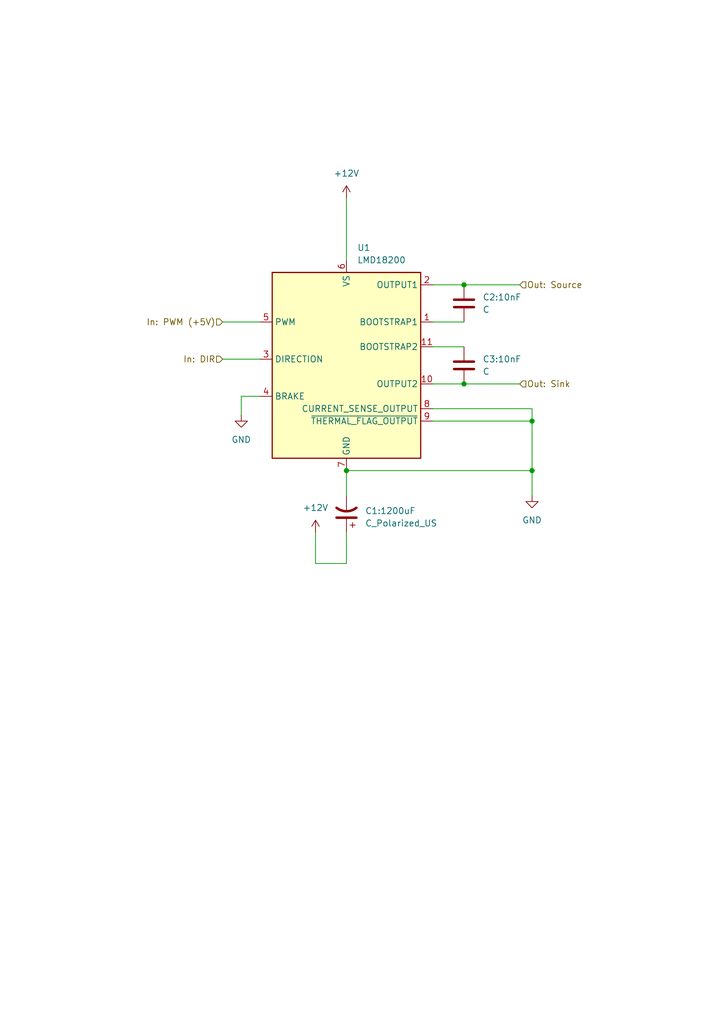
<source format=kicad_sch>
(kicad_sch (version 20230121) (generator eeschema)

  (uuid c85c09ab-1739-43cf-9d4f-38dbe6104879)

  (paper "A5" portrait)

  (lib_symbols
    (symbol "Device:C" (pin_numbers hide) (pin_names (offset 0.254)) (in_bom yes) (on_board yes)
      (property "Reference" "C" (at 0.635 2.54 0)
        (effects (font (size 1.27 1.27)) (justify left))
      )
      (property "Value" "C" (at 0.635 -2.54 0)
        (effects (font (size 1.27 1.27)) (justify left))
      )
      (property "Footprint" "" (at 0.9652 -3.81 0)
        (effects (font (size 1.27 1.27)) hide)
      )
      (property "Datasheet" "~" (at 0 0 0)
        (effects (font (size 1.27 1.27)) hide)
      )
      (property "ki_keywords" "cap capacitor" (at 0 0 0)
        (effects (font (size 1.27 1.27)) hide)
      )
      (property "ki_description" "Unpolarized capacitor" (at 0 0 0)
        (effects (font (size 1.27 1.27)) hide)
      )
      (property "ki_fp_filters" "C_*" (at 0 0 0)
        (effects (font (size 1.27 1.27)) hide)
      )
      (symbol "C_0_1"
        (polyline
          (pts
            (xy -2.032 -0.762)
            (xy 2.032 -0.762)
          )
          (stroke (width 0.508) (type default))
          (fill (type none))
        )
        (polyline
          (pts
            (xy -2.032 0.762)
            (xy 2.032 0.762)
          )
          (stroke (width 0.508) (type default))
          (fill (type none))
        )
      )
      (symbol "C_1_1"
        (pin passive line (at 0 3.81 270) (length 2.794)
          (name "~" (effects (font (size 1.27 1.27))))
          (number "1" (effects (font (size 1.27 1.27))))
        )
        (pin passive line (at 0 -3.81 90) (length 2.794)
          (name "~" (effects (font (size 1.27 1.27))))
          (number "2" (effects (font (size 1.27 1.27))))
        )
      )
    )
    (symbol "Device:C_Polarized_US" (pin_numbers hide) (pin_names (offset 0.254) hide) (in_bom yes) (on_board yes)
      (property "Reference" "C" (at 0.635 2.54 0)
        (effects (font (size 1.27 1.27)) (justify left))
      )
      (property "Value" "C_Polarized_US" (at 0.635 -2.54 0)
        (effects (font (size 1.27 1.27)) (justify left))
      )
      (property "Footprint" "" (at 0 0 0)
        (effects (font (size 1.27 1.27)) hide)
      )
      (property "Datasheet" "~" (at 0 0 0)
        (effects (font (size 1.27 1.27)) hide)
      )
      (property "ki_keywords" "cap capacitor" (at 0 0 0)
        (effects (font (size 1.27 1.27)) hide)
      )
      (property "ki_description" "Polarized capacitor, US symbol" (at 0 0 0)
        (effects (font (size 1.27 1.27)) hide)
      )
      (property "ki_fp_filters" "CP_*" (at 0 0 0)
        (effects (font (size 1.27 1.27)) hide)
      )
      (symbol "C_Polarized_US_0_1"
        (polyline
          (pts
            (xy -2.032 0.762)
            (xy 2.032 0.762)
          )
          (stroke (width 0.508) (type default))
          (fill (type none))
        )
        (polyline
          (pts
            (xy -1.778 2.286)
            (xy -0.762 2.286)
          )
          (stroke (width 0) (type default))
          (fill (type none))
        )
        (polyline
          (pts
            (xy -1.27 1.778)
            (xy -1.27 2.794)
          )
          (stroke (width 0) (type default))
          (fill (type none))
        )
        (arc (start 2.032 -1.27) (mid 0 -0.5572) (end -2.032 -1.27)
          (stroke (width 0.508) (type default))
          (fill (type none))
        )
      )
      (symbol "C_Polarized_US_1_1"
        (pin passive line (at 0 3.81 270) (length 2.794)
          (name "~" (effects (font (size 1.27 1.27))))
          (number "1" (effects (font (size 1.27 1.27))))
        )
        (pin passive line (at 0 -3.81 90) (length 3.302)
          (name "~" (effects (font (size 1.27 1.27))))
          (number "2" (effects (font (size 1.27 1.27))))
        )
      )
    )
    (symbol "Driver_Motor:LMD18200" (in_bom yes) (on_board yes)
      (property "Reference" "U" (at -12.7 19.05 0)
        (effects (font (size 1.27 1.27)) (justify right))
      )
      (property "Value" "LMD18200" (at 15.24 19.05 0)
        (effects (font (size 1.27 1.27)) (justify right))
      )
      (property "Footprint" "Package_TO_SOT_THT:TO-220-11_P3.4x5.08mm_StaggerOdd_Lead4.85mm_Vertical" (at -36.83 -34.29 0)
        (effects (font (size 1.27 1.27)) (justify left) hide)
      )
      (property "Datasheet" "http://www.ti.com/lit/ds/symlink/lmd18200.pdf" (at -2.54 0 0)
        (effects (font (size 1.27 1.27)) hide)
      )
      (property "ki_keywords" "H-Bridge DC stepper servo motor driver Motion Control Applications" (at 0 0 0)
        (effects (font (size 1.27 1.27)) hide)
      )
      (property "ki_description" "3A, 55V H-Bridge, Motion Control Applications, TO-220-11" (at 0 0 0)
        (effects (font (size 1.27 1.27)) hide)
      )
      (property "ki_fp_filters" "TO?220*" (at 0 0 0)
        (effects (font (size 1.27 1.27)) hide)
      )
      (symbol "LMD18200_0_1"
        (rectangle (start -15.24 -20.32) (end 15.24 17.78)
          (stroke (width 0.254) (type default))
          (fill (type background))
        )
      )
      (symbol "LMD18200_1_1"
        (pin passive line (at 17.78 7.62 180) (length 2.54)
          (name "BOOTSTRAP1" (effects (font (size 1.27 1.27))))
          (number "1" (effects (font (size 1.27 1.27))))
        )
        (pin output line (at 17.78 -5.08 180) (length 2.54)
          (name "OUTPUT2" (effects (font (size 1.27 1.27))))
          (number "10" (effects (font (size 1.27 1.27))))
        )
        (pin passive line (at 17.78 2.54 180) (length 2.54)
          (name "BOOTSTRAP2" (effects (font (size 1.27 1.27))))
          (number "11" (effects (font (size 1.27 1.27))))
        )
        (pin output line (at 17.78 15.24 180) (length 2.54)
          (name "OUTPUT1" (effects (font (size 1.27 1.27))))
          (number "2" (effects (font (size 1.27 1.27))))
        )
        (pin input line (at -17.78 0 0) (length 2.54)
          (name "DIRECTION" (effects (font (size 1.27 1.27))))
          (number "3" (effects (font (size 1.27 1.27))))
        )
        (pin input line (at -17.78 -7.62 0) (length 2.54)
          (name "BRAKE" (effects (font (size 1.27 1.27))))
          (number "4" (effects (font (size 1.27 1.27))))
        )
        (pin input line (at -17.78 7.62 0) (length 2.54)
          (name "PWM" (effects (font (size 1.27 1.27))))
          (number "5" (effects (font (size 1.27 1.27))))
        )
        (pin power_in line (at 0 20.32 270) (length 2.54)
          (name "VS" (effects (font (size 1.27 1.27))))
          (number "6" (effects (font (size 1.27 1.27))))
        )
        (pin power_in line (at 0 -22.86 90) (length 2.54)
          (name "GND" (effects (font (size 1.27 1.27))))
          (number "7" (effects (font (size 1.27 1.27))))
        )
        (pin output line (at 17.78 -10.16 180) (length 2.54)
          (name "CURRENT_SENSE_OUTPUT" (effects (font (size 1.27 1.27))))
          (number "8" (effects (font (size 1.27 1.27))))
        )
        (pin open_collector line (at 17.78 -12.7 180) (length 2.54)
          (name "~{THERMAL_FLAG_OUTPUT}" (effects (font (size 1.27 1.27))))
          (number "9" (effects (font (size 1.27 1.27))))
        )
      )
    )
    (symbol "power:+12V" (power) (pin_names (offset 0)) (in_bom yes) (on_board yes)
      (property "Reference" "#PWR" (at 0 -3.81 0)
        (effects (font (size 1.27 1.27)) hide)
      )
      (property "Value" "+12V" (at 0 3.556 0)
        (effects (font (size 1.27 1.27)))
      )
      (property "Footprint" "" (at 0 0 0)
        (effects (font (size 1.27 1.27)) hide)
      )
      (property "Datasheet" "" (at 0 0 0)
        (effects (font (size 1.27 1.27)) hide)
      )
      (property "ki_keywords" "global power" (at 0 0 0)
        (effects (font (size 1.27 1.27)) hide)
      )
      (property "ki_description" "Power symbol creates a global label with name \"+12V\"" (at 0 0 0)
        (effects (font (size 1.27 1.27)) hide)
      )
      (symbol "+12V_0_1"
        (polyline
          (pts
            (xy -0.762 1.27)
            (xy 0 2.54)
          )
          (stroke (width 0) (type default))
          (fill (type none))
        )
        (polyline
          (pts
            (xy 0 0)
            (xy 0 2.54)
          )
          (stroke (width 0) (type default))
          (fill (type none))
        )
        (polyline
          (pts
            (xy 0 2.54)
            (xy 0.762 1.27)
          )
          (stroke (width 0) (type default))
          (fill (type none))
        )
      )
      (symbol "+12V_1_1"
        (pin power_in line (at 0 0 90) (length 0) hide
          (name "+12V" (effects (font (size 1.27 1.27))))
          (number "1" (effects (font (size 1.27 1.27))))
        )
      )
    )
    (symbol "power:GND" (power) (pin_names (offset 0)) (in_bom yes) (on_board yes)
      (property "Reference" "#PWR" (at 0 -6.35 0)
        (effects (font (size 1.27 1.27)) hide)
      )
      (property "Value" "GND" (at 0 -3.81 0)
        (effects (font (size 1.27 1.27)))
      )
      (property "Footprint" "" (at 0 0 0)
        (effects (font (size 1.27 1.27)) hide)
      )
      (property "Datasheet" "" (at 0 0 0)
        (effects (font (size 1.27 1.27)) hide)
      )
      (property "ki_keywords" "global power" (at 0 0 0)
        (effects (font (size 1.27 1.27)) hide)
      )
      (property "ki_description" "Power symbol creates a global label with name \"GND\" , ground" (at 0 0 0)
        (effects (font (size 1.27 1.27)) hide)
      )
      (symbol "GND_0_1"
        (polyline
          (pts
            (xy 0 0)
            (xy 0 -1.27)
            (xy 1.27 -1.27)
            (xy 0 -2.54)
            (xy -1.27 -1.27)
            (xy 0 -1.27)
          )
          (stroke (width 0) (type default))
          (fill (type none))
        )
      )
      (symbol "GND_1_1"
        (pin power_in line (at 0 0 270) (length 0) hide
          (name "GND" (effects (font (size 1.27 1.27))))
          (number "1" (effects (font (size 1.27 1.27))))
        )
      )
    )
  )

  (junction (at 95.25 78.74) (diameter 0) (color 0 0 0 0)
    (uuid 092cb1f5-27dc-4f08-82e3-ff2a222f1c1c)
  )
  (junction (at 95.25 58.42) (diameter 0) (color 0 0 0 0)
    (uuid 202a55c3-7206-48e3-9bf8-1c1c360bc68c)
  )
  (junction (at 109.22 96.52) (diameter 0) (color 0 0 0 0)
    (uuid 43a3912b-40d1-40a3-ae82-3314585f86ac)
  )
  (junction (at 71.12 96.52) (diameter 0) (color 0 0 0 0)
    (uuid 752f834e-ad62-4f60-91cd-c4e8af81c188)
  )
  (junction (at 109.22 86.36) (diameter 0) (color 0 0 0 0)
    (uuid ed8803fc-3a03-473b-b6e2-d3867981b5a2)
  )

  (wire (pts (xy 71.12 115.57) (xy 64.77 115.57))
    (stroke (width 0) (type default))
    (uuid 0e324a9b-c4f8-4986-aae3-a7b9edf6754f)
  )
  (wire (pts (xy 71.12 40.64) (xy 71.12 53.34))
    (stroke (width 0) (type default))
    (uuid 160865f8-4924-47d5-860f-af558f67a42b)
  )
  (wire (pts (xy 88.9 58.42) (xy 95.25 58.42))
    (stroke (width 0) (type default))
    (uuid 36b781d6-0ee6-4ac1-ad43-e06b84918e43)
  )
  (wire (pts (xy 45.72 66.04) (xy 53.34 66.04))
    (stroke (width 0) (type default))
    (uuid 4bd97584-6387-4d81-8bdf-d7cb2502be4a)
  )
  (wire (pts (xy 95.25 58.42) (xy 106.68 58.42))
    (stroke (width 0) (type default))
    (uuid 501373d5-34c5-4192-bf0f-01e296507c81)
  )
  (wire (pts (xy 88.9 78.74) (xy 95.25 78.74))
    (stroke (width 0) (type default))
    (uuid 6c1dfae2-6dc8-4522-943b-4375a289fcc2)
  )
  (wire (pts (xy 53.34 81.28) (xy 49.53 81.28))
    (stroke (width 0) (type default))
    (uuid 6e23bb60-8bcc-4a6a-982f-acc45a5c9cb7)
  )
  (wire (pts (xy 88.9 86.36) (xy 109.22 86.36))
    (stroke (width 0) (type default))
    (uuid 6f303b81-75bb-41c4-9946-ed5d5b61367b)
  )
  (wire (pts (xy 71.12 96.52) (xy 71.12 101.6))
    (stroke (width 0) (type default))
    (uuid 6f40b47c-a424-4d1f-9036-5c4908f30212)
  )
  (wire (pts (xy 88.9 83.82) (xy 109.22 83.82))
    (stroke (width 0) (type default))
    (uuid 7210c576-d82c-42af-8db0-da5a1e3cd4b8)
  )
  (wire (pts (xy 88.9 71.12) (xy 95.25 71.12))
    (stroke (width 0) (type default))
    (uuid 7335e8c7-544f-476d-b2bf-56f872c2476a)
  )
  (wire (pts (xy 109.22 83.82) (xy 109.22 86.36))
    (stroke (width 0) (type default))
    (uuid 7cc263d4-ec4e-423c-8a7a-99ab8c2038d5)
  )
  (wire (pts (xy 49.53 81.28) (xy 49.53 85.09))
    (stroke (width 0) (type default))
    (uuid 920746d2-08b3-474d-8cef-5bf8a86c1b11)
  )
  (wire (pts (xy 95.25 78.74) (xy 106.68 78.74))
    (stroke (width 0) (type default))
    (uuid 984645ac-14ed-459b-a61f-292801f542d9)
  )
  (wire (pts (xy 64.77 109.22) (xy 64.77 115.57))
    (stroke (width 0) (type default))
    (uuid a8e466f5-7576-4f40-b96d-39b5fba68c3d)
  )
  (wire (pts (xy 71.12 96.52) (xy 109.22 96.52))
    (stroke (width 0) (type default))
    (uuid c4830f1c-ba75-4d9b-beb0-bb49bfff1921)
  )
  (wire (pts (xy 71.12 109.22) (xy 71.12 115.57))
    (stroke (width 0) (type default))
    (uuid d75d7e11-0dd5-4564-834d-08ece254ea8f)
  )
  (wire (pts (xy 88.9 66.04) (xy 95.25 66.04))
    (stroke (width 0) (type default))
    (uuid d9765149-2b46-4ad2-b295-f61f50b8cf1b)
  )
  (wire (pts (xy 109.22 96.52) (xy 109.22 101.6))
    (stroke (width 0) (type default))
    (uuid dc0a2df5-a1d8-4cd6-a57c-2aebb1b42b1b)
  )
  (wire (pts (xy 45.72 73.66) (xy 53.34 73.66))
    (stroke (width 0) (type default))
    (uuid de233452-b440-4045-833d-860191333b5d)
  )
  (wire (pts (xy 109.22 86.36) (xy 109.22 96.52))
    (stroke (width 0) (type default))
    (uuid f6adf485-f053-405b-a552-26b8eee682b2)
  )

  (hierarchical_label "Out: Source" (shape input) (at 106.68 58.42 0) (fields_autoplaced)
    (effects (font (size 1.27 1.27)) (justify left))
    (uuid 23fcf27e-dbb8-4ab7-a615-40dc33b4202d)
  )
  (hierarchical_label "Out: Sink" (shape input) (at 106.68 78.74 0) (fields_autoplaced)
    (effects (font (size 1.27 1.27)) (justify left))
    (uuid 455f96c6-b8d9-4065-bd2f-d1f836045e99)
  )
  (hierarchical_label "In: DIR" (shape input) (at 45.72 73.66 180) (fields_autoplaced)
    (effects (font (size 1.27 1.27)) (justify right))
    (uuid 97d6e9b4-4f77-4774-a2da-c29c434163e4)
  )
  (hierarchical_label "In: PWM (+5V)" (shape input) (at 45.72 66.04 180) (fields_autoplaced)
    (effects (font (size 1.27 1.27)) (justify right))
    (uuid da6a8e91-a74b-4150-b824-e7b5369a5ad0)
  )

  (symbol (lib_id "Driver_Motor:LMD18200") (at 71.12 73.66 0) (unit 1)
    (in_bom yes) (on_board yes) (dnp no) (fields_autoplaced)
    (uuid 073d5e11-4b5e-4dc0-9dae-da33ad261a60)
    (property "Reference" "U1" (at 73.3141 50.8 0)
      (effects (font (size 1.27 1.27)) (justify left))
    )
    (property "Value" "LMD18200" (at 73.3141 53.34 0)
      (effects (font (size 1.27 1.27)) (justify left))
    )
    (property "Footprint" "Package_TO_SOT_THT:TO-220-11_P3.4x5.08mm_StaggerOdd_Lead4.85mm_Vertical" (at 34.29 107.95 0)
      (effects (font (size 1.27 1.27)) (justify left) hide)
    )
    (property "Datasheet" "http://www.ti.com/lit/ds/symlink/lmd18200.pdf" (at 68.58 73.66 0)
      (effects (font (size 1.27 1.27)) hide)
    )
    (pin "1" (uuid 497f4b77-0ba9-4a37-8a16-52ae9fe05cdc))
    (pin "10" (uuid 7be80591-e28b-4a14-ba07-eddf13ce0b0f))
    (pin "11" (uuid b324f89a-8545-4b14-a0ee-34a1077a8f54))
    (pin "2" (uuid c7896ae0-1ce0-4cc6-8119-b4a4926eba79))
    (pin "3" (uuid 6e7ad08a-80a0-440b-96a4-6a27e4693b86))
    (pin "4" (uuid 13acd8ac-f87d-43c1-b353-d45d2cf955c6))
    (pin "5" (uuid 23bcfc2d-f8ae-4da5-b866-f505253d65dc))
    (pin "6" (uuid cce1df02-45a2-4d8c-a6db-aa4c34c71abf))
    (pin "7" (uuid 1192ac10-011e-4634-b3d9-cfe10b4ec5d5))
    (pin "8" (uuid 9ecb77d6-37b1-4af5-b1a2-55e7d6ed4e69))
    (pin "9" (uuid 73fea649-1575-411d-ac07-d8078973ecff))
    (instances
      (project "Base_Roulante_Top-Level"
        (path "/497ef58f-61e4-4f30-9044-e9e6fed07dc1/a7f4386d-ed4a-4ed6-a5b7-f62a4d094332"
          (reference "U1") (unit 1)
        )
        (path "/497ef58f-61e4-4f30-9044-e9e6fed07dc1/84d2a3d1-cd7b-4594-80b7-1bbe9699a9fa"
          (reference "U2") (unit 1)
        )
      )
    )
  )

  (symbol (lib_id "power:+12V") (at 71.12 40.64 0) (unit 1)
    (in_bom yes) (on_board yes) (dnp no) (fields_autoplaced)
    (uuid 0c6de137-d597-4449-a7d7-d056f335123a)
    (property "Reference" "#PWR07" (at 71.12 44.45 0)
      (effects (font (size 1.27 1.27)) hide)
    )
    (property "Value" "+12V" (at 71.12 35.56 0)
      (effects (font (size 1.27 1.27)))
    )
    (property "Footprint" "" (at 71.12 40.64 0)
      (effects (font (size 1.27 1.27)) hide)
    )
    (property "Datasheet" "" (at 71.12 40.64 0)
      (effects (font (size 1.27 1.27)) hide)
    )
    (pin "1" (uuid 3465fa23-d9bf-446d-840f-9a17b9b6110d))
    (instances
      (project "Base_Roulante_Top-Level"
        (path "/497ef58f-61e4-4f30-9044-e9e6fed07dc1/a7f4386d-ed4a-4ed6-a5b7-f62a4d094332"
          (reference "#PWR07") (unit 1)
        )
        (path "/497ef58f-61e4-4f30-9044-e9e6fed07dc1/84d2a3d1-cd7b-4594-80b7-1bbe9699a9fa"
          (reference "#PWR011") (unit 1)
        )
      )
    )
  )

  (symbol (lib_id "power:GND") (at 109.22 101.6 0) (unit 1)
    (in_bom yes) (on_board yes) (dnp no) (fields_autoplaced)
    (uuid 6fe47165-47e0-4609-a2a0-6d33ac7ca800)
    (property "Reference" "#PWR05" (at 109.22 107.95 0)
      (effects (font (size 1.27 1.27)) hide)
    )
    (property "Value" "GND" (at 109.22 106.68 0)
      (effects (font (size 1.27 1.27)))
    )
    (property "Footprint" "" (at 109.22 101.6 0)
      (effects (font (size 1.27 1.27)) hide)
    )
    (property "Datasheet" "" (at 109.22 101.6 0)
      (effects (font (size 1.27 1.27)) hide)
    )
    (pin "1" (uuid 961ed711-2fbe-4f21-8dea-5a5f84089321))
    (instances
      (project "Base_Roulante_Top-Level"
        (path "/497ef58f-61e4-4f30-9044-e9e6fed07dc1/a7f4386d-ed4a-4ed6-a5b7-f62a4d094332"
          (reference "#PWR05") (unit 1)
        )
        (path "/497ef58f-61e4-4f30-9044-e9e6fed07dc1/84d2a3d1-cd7b-4594-80b7-1bbe9699a9fa"
          (reference "#PWR012") (unit 1)
        )
      )
    )
  )

  (symbol (lib_id "Device:C") (at 95.25 74.93 0) (unit 1)
    (in_bom yes) (on_board yes) (dnp no) (fields_autoplaced)
    (uuid 8c640883-ce8a-4fde-88d6-32ac91c8fba9)
    (property "Reference" "C3:10nF" (at 99.06 73.66 0)
      (effects (font (size 1.27 1.27)) (justify left))
    )
    (property "Value" "C" (at 99.06 76.2 0)
      (effects (font (size 1.27 1.27)) (justify left))
    )
    (property "Footprint" "" (at 96.2152 78.74 0)
      (effects (font (size 1.27 1.27)) hide)
    )
    (property "Datasheet" "~" (at 95.25 74.93 0)
      (effects (font (size 1.27 1.27)) hide)
    )
    (pin "1" (uuid 894b0762-819b-43c4-98d8-adc45d0724b8))
    (pin "2" (uuid 21a1b107-3cfe-4e63-968d-f937bcebb347))
    (instances
      (project "Base_Roulante_Top-Level"
        (path "/497ef58f-61e4-4f30-9044-e9e6fed07dc1/a7f4386d-ed4a-4ed6-a5b7-f62a4d094332"
          (reference "C3:10nF") (unit 1)
        )
        (path "/497ef58f-61e4-4f30-9044-e9e6fed07dc1/84d2a3d1-cd7b-4594-80b7-1bbe9699a9fa"
          (reference "C3:10nF1") (unit 1)
        )
      )
    )
  )

  (symbol (lib_id "Device:C_Polarized_US") (at 71.12 105.41 180) (unit 1)
    (in_bom yes) (on_board yes) (dnp no) (fields_autoplaced)
    (uuid 8df6ec24-6d44-4bd4-af39-d08a156a9fbe)
    (property "Reference" "C1:1200uF" (at 74.93 104.775 0)
      (effects (font (size 1.27 1.27)) (justify right))
    )
    (property "Value" "C_Polarized_US" (at 74.93 107.315 0)
      (effects (font (size 1.27 1.27)) (justify right))
    )
    (property "Footprint" "" (at 71.12 105.41 0)
      (effects (font (size 1.27 1.27)) hide)
    )
    (property "Datasheet" "~" (at 71.12 105.41 0)
      (effects (font (size 1.27 1.27)) hide)
    )
    (pin "1" (uuid 8a840c93-1fa5-42e3-8fb1-8f1b795e110a))
    (pin "2" (uuid ff4c80b5-ed30-45cc-808d-36f8e43045fd))
    (instances
      (project "Base_Roulante_Top-Level"
        (path "/497ef58f-61e4-4f30-9044-e9e6fed07dc1/a7f4386d-ed4a-4ed6-a5b7-f62a4d094332"
          (reference "C1:1200uF") (unit 1)
        )
        (path "/497ef58f-61e4-4f30-9044-e9e6fed07dc1/84d2a3d1-cd7b-4594-80b7-1bbe9699a9fa"
          (reference "C1:1200uF1") (unit 1)
        )
      )
    )
  )

  (symbol (lib_id "power:+12V") (at 64.77 109.22 0) (unit 1)
    (in_bom yes) (on_board yes) (dnp no) (fields_autoplaced)
    (uuid 9046c8d8-ab9f-49ab-ba57-19ffee2be0d4)
    (property "Reference" "#PWR08" (at 64.77 113.03 0)
      (effects (font (size 1.27 1.27)) hide)
    )
    (property "Value" "+12V" (at 64.77 104.14 0)
      (effects (font (size 1.27 1.27)))
    )
    (property "Footprint" "" (at 64.77 109.22 0)
      (effects (font (size 1.27 1.27)) hide)
    )
    (property "Datasheet" "" (at 64.77 109.22 0)
      (effects (font (size 1.27 1.27)) hide)
    )
    (pin "1" (uuid 279098a2-6368-4aab-be3f-41bb95279da3))
    (instances
      (project "Base_Roulante_Top-Level"
        (path "/497ef58f-61e4-4f30-9044-e9e6fed07dc1/a7f4386d-ed4a-4ed6-a5b7-f62a4d094332"
          (reference "#PWR08") (unit 1)
        )
        (path "/497ef58f-61e4-4f30-9044-e9e6fed07dc1/84d2a3d1-cd7b-4594-80b7-1bbe9699a9fa"
          (reference "#PWR010") (unit 1)
        )
      )
    )
  )

  (symbol (lib_id "Device:C") (at 95.25 62.23 0) (unit 1)
    (in_bom yes) (on_board yes) (dnp no) (fields_autoplaced)
    (uuid d2746c8f-74e4-431b-947f-d1e7237fcedb)
    (property "Reference" "C2:10nF" (at 99.06 60.96 0)
      (effects (font (size 1.27 1.27)) (justify left))
    )
    (property "Value" "C" (at 99.06 63.5 0)
      (effects (font (size 1.27 1.27)) (justify left))
    )
    (property "Footprint" "" (at 96.2152 66.04 0)
      (effects (font (size 1.27 1.27)) hide)
    )
    (property "Datasheet" "~" (at 95.25 62.23 0)
      (effects (font (size 1.27 1.27)) hide)
    )
    (pin "1" (uuid 890f8907-3771-49e1-8d51-019fc7e564a0))
    (pin "2" (uuid 6edaf2da-b796-4ea7-b0e2-861e9b20af4d))
    (instances
      (project "Base_Roulante_Top-Level"
        (path "/497ef58f-61e4-4f30-9044-e9e6fed07dc1/a7f4386d-ed4a-4ed6-a5b7-f62a4d094332"
          (reference "C2:10nF") (unit 1)
        )
        (path "/497ef58f-61e4-4f30-9044-e9e6fed07dc1/84d2a3d1-cd7b-4594-80b7-1bbe9699a9fa"
          (reference "C2:10nF1") (unit 1)
        )
      )
    )
  )

  (symbol (lib_id "power:GND") (at 49.53 85.09 0) (unit 1)
    (in_bom yes) (on_board yes) (dnp no) (fields_autoplaced)
    (uuid e1aca601-718b-4d9e-acc4-b68d0e475445)
    (property "Reference" "#PWR06" (at 49.53 91.44 0)
      (effects (font (size 1.27 1.27)) hide)
    )
    (property "Value" "GND" (at 49.53 90.17 0)
      (effects (font (size 1.27 1.27)))
    )
    (property "Footprint" "" (at 49.53 85.09 0)
      (effects (font (size 1.27 1.27)) hide)
    )
    (property "Datasheet" "" (at 49.53 85.09 0)
      (effects (font (size 1.27 1.27)) hide)
    )
    (pin "1" (uuid 3344dabe-6e73-4bfb-904f-5f28d9e1c8c7))
    (instances
      (project "Base_Roulante_Top-Level"
        (path "/497ef58f-61e4-4f30-9044-e9e6fed07dc1/a7f4386d-ed4a-4ed6-a5b7-f62a4d094332"
          (reference "#PWR06") (unit 1)
        )
        (path "/497ef58f-61e4-4f30-9044-e9e6fed07dc1/84d2a3d1-cd7b-4594-80b7-1bbe9699a9fa"
          (reference "#PWR09") (unit 1)
        )
      )
    )
  )
)

</source>
